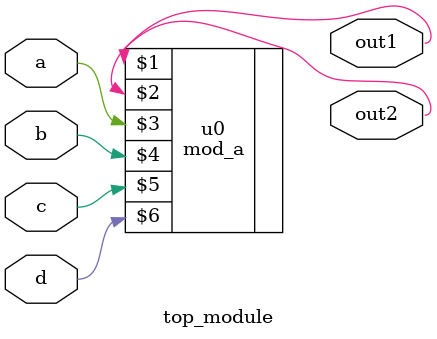
<source format=v>
module top_module ( 
    input a, 
    input b, 
    input c,
    input d,
    output out1,
    output out2
);

mod_a u0 (out1, out2, a, b, c, d);
    
endmodule
</source>
